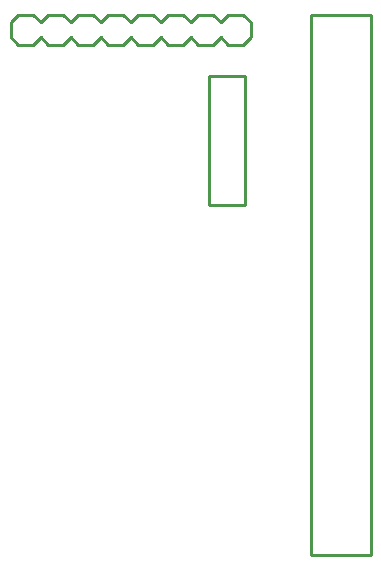
<source format=gbo>
G04 Layer: BottomSilkscreenLayer*
G04 EasyEDA v6.5.3, 2022-05-11 10:11:48*
G04 29087cc1c3554ec2a43a3509a864e302,be635ba5e1a24524a6f9dddda72dafc0,10*
G04 Gerber Generator version 0.2*
G04 Scale: 100 percent, Rotated: No, Reflected: No *
G04 Dimensions in millimeters *
G04 leading zeros omitted , absolute positions ,4 integer and 5 decimal *
%FSLAX45Y45*%
%MOMM*%

%ADD10C,0.2540*%

%LPD*%
D10*
X-85978997Y65849500D02*
G01*
X-85978997Y65722500D01*
X-84201002Y65722500D02*
G01*
X-84137502Y65659000D01*
X-84010502Y65659000D01*
X-83947002Y65722500D01*
X-83947002Y65849500D02*
G01*
X-83947002Y65722500D01*
X-85979002Y65849500D02*
G01*
X-85915502Y65913000D01*
X-85788502Y65913000D01*
X-85725002Y65849500D01*
X-85979002Y65722500D02*
G01*
X-85915502Y65659000D01*
X-85788502Y65659000D01*
X-85725002Y65722500D01*
X-85725002Y65849500D02*
G01*
X-85661502Y65913000D01*
X-85534502Y65913000D01*
X-85471002Y65849500D01*
X-85725002Y65722500D02*
G01*
X-85661502Y65659000D01*
X-85534502Y65659000D01*
X-85471002Y65722500D01*
X-85471002Y65849500D02*
G01*
X-85407502Y65913000D01*
X-85280502Y65913000D01*
X-85217002Y65849500D01*
X-85471002Y65722500D02*
G01*
X-85407502Y65659000D01*
X-85280502Y65659000D01*
X-85217002Y65722500D01*
X-85217002Y65849500D02*
G01*
X-85153502Y65913000D01*
X-85026502Y65913000D01*
X-84963002Y65849500D01*
X-85217002Y65722500D02*
G01*
X-85153502Y65659000D01*
X-85026502Y65659000D01*
X-84963002Y65722500D01*
X-84963002Y65849500D02*
G01*
X-84899502Y65913000D01*
X-84772502Y65913000D01*
X-84709002Y65849500D01*
X-84963002Y65722500D02*
G01*
X-84899502Y65659000D01*
X-84772502Y65659000D01*
X-84709002Y65722500D01*
X-84709002Y65849500D02*
G01*
X-84645502Y65913000D01*
X-84518502Y65913000D01*
X-84455002Y65849500D01*
X-84709002Y65722500D02*
G01*
X-84645502Y65659000D01*
X-84518502Y65659000D01*
X-84455002Y65722500D01*
X-84455002Y65849500D02*
G01*
X-84391502Y65913000D01*
X-84264502Y65913000D01*
X-84201002Y65849500D01*
X-84455002Y65722500D02*
G01*
X-84391502Y65659000D01*
X-84264502Y65659000D01*
X-84201002Y65722500D01*
X-84201002Y65849500D02*
G01*
X-84137502Y65913000D01*
X-84010502Y65913000D01*
X-83947002Y65849500D01*
X-82931000Y65913000D02*
G01*
X-82931000Y61341000D01*
X-83439000Y61341000D01*
X-83439000Y65913000D01*
X-82931000Y65913000D01*
X-84302600Y65392300D02*
G01*
X-83997800Y65392300D01*
X-83997800Y64300100D01*
X-84302600Y64300100D01*
X-84302600Y65392300D01*
M02*

</source>
